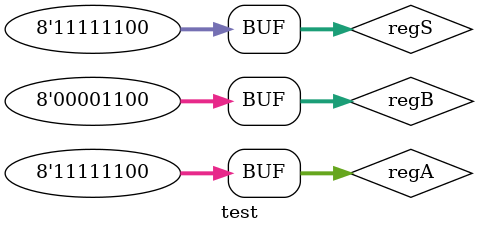
<source format=v>
/*
 * Copyright 2018 ISP RAS (http://www.ispras.ru)
 *
 * Licensed under the Apache License, Version 2.0 (the "License");
 * you may not use this file except in compliance with the License.
 * You may obtain a copy of the License at
 *
 *     http://www.apache.org/licenses/LICENSE-2.0
 *
 * Unless required by applicable law or agreed to in writing, software
 * distributed under the License is distributed on an "AS IS" BASIS,
 * WITHOUT WARRANTIES OR CONDITIONS OF ANY KIND, either express or implied.
 * See the License for the specific language governing permissions and
 * limitations under the License.
 */

// IEEE Std 1364-2005
//   5. Expressions
//     5.5 Signed expressions
//       Controlling the sign of an expression is important if consistent results are to be
//       achieved. In addition to the rules outlined in 5.5.1 through 5.5.4, two system functions
//       shall be used to handle type casting on expressions: $signed() and $unsigned(). These
//       functions shall evaluate the input expression and return a value with the same size and
//       value of the input expression and the type defined by the function:
//       $signed - returned value is signed
//       $unsigned - returned value is unsigned

module test;

  reg [7:0] regA, regB;
  reg signed [7:0] regS;

  initial begin
    regA = $unsigned(-4);     // regA = 8'b11111100
    regB = $unsigned(-4'sd4); // regB = 8'b00001100
    regS = $signed(4'b1100);  // regS = -4
  end
endmodule

</source>
